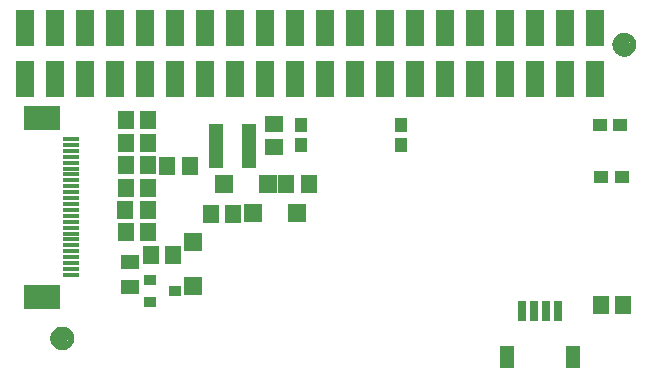
<source format=gbr>
G04 EAGLE Gerber RS-274X export*
G75*
%MOMM*%
%FSLAX34Y34*%
%LPD*%
%INSoldermask Top*%
%IPPOS*%
%AMOC8*
5,1,8,0,0,1.08239X$1,22.5*%
G01*
%ADD10C,1.101600*%
%ADD11C,0.500000*%
%ADD12R,1.601600X1.341600*%
%ADD13R,1.341600X1.601600*%
%ADD14R,3.101600X2.101600*%
%ADD15R,1.351600X0.376600*%
%ADD16R,1.501600X1.501600*%
%ADD17R,1.301600X3.801600*%
%ADD18R,1.601600X1.301600*%
%ADD19R,1.001600X0.901600*%
%ADD20R,1.101600X1.176600*%
%ADD21R,1.176600X1.101600*%
%ADD22R,1.625600X3.149600*%
%ADD23R,0.701600X1.651600*%
%ADD24R,1.301600X1.901600*%


D10*
X475905Y248596D03*
D11*
X475905Y256096D02*
X475724Y256094D01*
X475543Y256087D01*
X475362Y256076D01*
X475181Y256061D01*
X475001Y256041D01*
X474821Y256017D01*
X474642Y255989D01*
X474464Y255956D01*
X474287Y255919D01*
X474110Y255878D01*
X473935Y255833D01*
X473760Y255783D01*
X473587Y255729D01*
X473416Y255671D01*
X473245Y255609D01*
X473077Y255542D01*
X472910Y255472D01*
X472744Y255398D01*
X472581Y255319D01*
X472420Y255237D01*
X472260Y255151D01*
X472103Y255061D01*
X471948Y254967D01*
X471795Y254870D01*
X471645Y254768D01*
X471497Y254664D01*
X471351Y254555D01*
X471209Y254444D01*
X471069Y254328D01*
X470932Y254210D01*
X470797Y254088D01*
X470666Y253963D01*
X470538Y253835D01*
X470413Y253704D01*
X470291Y253569D01*
X470173Y253432D01*
X470057Y253292D01*
X469946Y253150D01*
X469837Y253004D01*
X469733Y252856D01*
X469631Y252706D01*
X469534Y252553D01*
X469440Y252398D01*
X469350Y252241D01*
X469264Y252081D01*
X469182Y251920D01*
X469103Y251757D01*
X469029Y251591D01*
X468959Y251424D01*
X468892Y251256D01*
X468830Y251085D01*
X468772Y250914D01*
X468718Y250741D01*
X468668Y250566D01*
X468623Y250391D01*
X468582Y250214D01*
X468545Y250037D01*
X468512Y249859D01*
X468484Y249680D01*
X468460Y249500D01*
X468440Y249320D01*
X468425Y249139D01*
X468414Y248958D01*
X468407Y248777D01*
X468405Y248596D01*
X475905Y256096D02*
X476086Y256094D01*
X476267Y256087D01*
X476448Y256076D01*
X476629Y256061D01*
X476809Y256041D01*
X476989Y256017D01*
X477168Y255989D01*
X477346Y255956D01*
X477523Y255919D01*
X477700Y255878D01*
X477875Y255833D01*
X478050Y255783D01*
X478223Y255729D01*
X478394Y255671D01*
X478565Y255609D01*
X478733Y255542D01*
X478900Y255472D01*
X479066Y255398D01*
X479229Y255319D01*
X479390Y255237D01*
X479550Y255151D01*
X479707Y255061D01*
X479862Y254967D01*
X480015Y254870D01*
X480165Y254768D01*
X480313Y254664D01*
X480459Y254555D01*
X480601Y254444D01*
X480741Y254328D01*
X480878Y254210D01*
X481013Y254088D01*
X481144Y253963D01*
X481272Y253835D01*
X481397Y253704D01*
X481519Y253569D01*
X481637Y253432D01*
X481753Y253292D01*
X481864Y253150D01*
X481973Y253004D01*
X482077Y252856D01*
X482179Y252706D01*
X482276Y252553D01*
X482370Y252398D01*
X482460Y252241D01*
X482546Y252081D01*
X482628Y251920D01*
X482707Y251757D01*
X482781Y251591D01*
X482851Y251424D01*
X482918Y251256D01*
X482980Y251085D01*
X483038Y250914D01*
X483092Y250741D01*
X483142Y250566D01*
X483187Y250391D01*
X483228Y250214D01*
X483265Y250037D01*
X483298Y249859D01*
X483326Y249680D01*
X483350Y249500D01*
X483370Y249320D01*
X483385Y249139D01*
X483396Y248958D01*
X483403Y248777D01*
X483405Y248596D01*
X483403Y248415D01*
X483396Y248234D01*
X483385Y248053D01*
X483370Y247872D01*
X483350Y247692D01*
X483326Y247512D01*
X483298Y247333D01*
X483265Y247155D01*
X483228Y246978D01*
X483187Y246801D01*
X483142Y246626D01*
X483092Y246451D01*
X483038Y246278D01*
X482980Y246107D01*
X482918Y245936D01*
X482851Y245768D01*
X482781Y245601D01*
X482707Y245435D01*
X482628Y245272D01*
X482546Y245111D01*
X482460Y244951D01*
X482370Y244794D01*
X482276Y244639D01*
X482179Y244486D01*
X482077Y244336D01*
X481973Y244188D01*
X481864Y244042D01*
X481753Y243900D01*
X481637Y243760D01*
X481519Y243623D01*
X481397Y243488D01*
X481272Y243357D01*
X481144Y243229D01*
X481013Y243104D01*
X480878Y242982D01*
X480741Y242864D01*
X480601Y242748D01*
X480459Y242637D01*
X480313Y242528D01*
X480165Y242424D01*
X480015Y242322D01*
X479862Y242225D01*
X479707Y242131D01*
X479550Y242041D01*
X479390Y241955D01*
X479229Y241873D01*
X479066Y241794D01*
X478900Y241720D01*
X478733Y241650D01*
X478565Y241583D01*
X478394Y241521D01*
X478223Y241463D01*
X478050Y241409D01*
X477875Y241359D01*
X477700Y241314D01*
X477523Y241273D01*
X477346Y241236D01*
X477168Y241203D01*
X476989Y241175D01*
X476809Y241151D01*
X476629Y241131D01*
X476448Y241116D01*
X476267Y241105D01*
X476086Y241098D01*
X475905Y241096D01*
X475724Y241098D01*
X475543Y241105D01*
X475362Y241116D01*
X475181Y241131D01*
X475001Y241151D01*
X474821Y241175D01*
X474642Y241203D01*
X474464Y241236D01*
X474287Y241273D01*
X474110Y241314D01*
X473935Y241359D01*
X473760Y241409D01*
X473587Y241463D01*
X473416Y241521D01*
X473245Y241583D01*
X473077Y241650D01*
X472910Y241720D01*
X472744Y241794D01*
X472581Y241873D01*
X472420Y241955D01*
X472260Y242041D01*
X472103Y242131D01*
X471948Y242225D01*
X471795Y242322D01*
X471645Y242424D01*
X471497Y242528D01*
X471351Y242637D01*
X471209Y242748D01*
X471069Y242864D01*
X470932Y242982D01*
X470797Y243104D01*
X470666Y243229D01*
X470538Y243357D01*
X470413Y243488D01*
X470291Y243623D01*
X470173Y243760D01*
X470057Y243900D01*
X469946Y244042D01*
X469837Y244188D01*
X469733Y244336D01*
X469631Y244486D01*
X469534Y244639D01*
X469440Y244794D01*
X469350Y244951D01*
X469264Y245111D01*
X469182Y245272D01*
X469103Y245435D01*
X469029Y245601D01*
X468959Y245768D01*
X468892Y245936D01*
X468830Y246107D01*
X468772Y246278D01*
X468718Y246451D01*
X468668Y246626D01*
X468623Y246801D01*
X468582Y246978D01*
X468545Y247155D01*
X468512Y247333D01*
X468484Y247512D01*
X468460Y247692D01*
X468440Y247872D01*
X468425Y248053D01*
X468414Y248234D01*
X468407Y248415D01*
X468405Y248596D01*
D12*
X179047Y181449D03*
X179047Y162449D03*
D13*
X72819Y89895D03*
X53819Y89895D03*
X53441Y108485D03*
X72441Y108485D03*
D14*
X-16935Y35305D03*
X-16935Y186405D03*
D15*
X7665Y53805D03*
X7665Y58805D03*
X7665Y63805D03*
X7665Y68805D03*
X7665Y73805D03*
X7665Y78805D03*
X7665Y83805D03*
X7665Y88805D03*
X7665Y93805D03*
X7665Y98805D03*
X7665Y103805D03*
X7665Y108805D03*
X7665Y113805D03*
X7665Y118805D03*
X7665Y123805D03*
X7665Y128805D03*
X7665Y133805D03*
X7665Y138805D03*
X7665Y143805D03*
X7665Y148805D03*
X7665Y153805D03*
X7665Y158805D03*
X7665Y163805D03*
X7665Y168805D03*
D13*
X72683Y127635D03*
X53683Y127635D03*
X72683Y146685D03*
X53683Y146685D03*
X72683Y165735D03*
X53683Y165735D03*
X72683Y184785D03*
X53683Y184785D03*
X107989Y145923D03*
X88989Y145923D03*
X189559Y130953D03*
X208559Y130953D03*
D16*
X198683Y106427D03*
X161683Y106427D03*
X137093Y130953D03*
X174093Y130953D03*
D13*
X125899Y105427D03*
X144899Y105427D03*
D16*
X110935Y81365D03*
X110935Y44365D03*
D17*
X129955Y162687D03*
X157955Y162687D03*
D18*
X57595Y64475D03*
X57595Y43475D03*
D19*
X74265Y49505D03*
X74265Y30505D03*
X95265Y40005D03*
D20*
X202217Y180585D03*
X202217Y163585D03*
X286957Y180585D03*
X286957Y163585D03*
D13*
X93765Y70485D03*
X74765Y70485D03*
D21*
X473545Y137045D03*
X456545Y137045D03*
X472495Y180975D03*
X455495Y180975D03*
D22*
X451165Y219899D03*
X451165Y263079D03*
X425765Y219899D03*
X425765Y263079D03*
X400365Y263079D03*
X400365Y219899D03*
X374965Y263079D03*
X374965Y219899D03*
X349565Y263079D03*
X349565Y219899D03*
X324165Y263079D03*
X324165Y219899D03*
X298765Y263079D03*
X298765Y219899D03*
X273365Y263079D03*
X273365Y219899D03*
X247965Y263079D03*
X247965Y219899D03*
X222565Y263079D03*
X222565Y219899D03*
X197165Y263079D03*
X197165Y219899D03*
X171765Y263079D03*
X171765Y219899D03*
X146365Y263079D03*
X146365Y219899D03*
X120965Y263079D03*
X120965Y219899D03*
X95565Y263079D03*
X95565Y219899D03*
X70165Y263079D03*
X70165Y219899D03*
X44765Y263079D03*
X44765Y219899D03*
X19365Y263079D03*
X19365Y219899D03*
X-6035Y263079D03*
X-6035Y219899D03*
X-31435Y263079D03*
X-31435Y219899D03*
D23*
X399495Y23455D03*
X409495Y23455D03*
X389495Y23455D03*
X419495Y23455D03*
D24*
X376495Y-15545D03*
X432495Y-15545D03*
D13*
X474955Y28575D03*
X455955Y28575D03*
D10*
X0Y0D03*
D11*
X0Y7500D02*
X-181Y7498D01*
X-362Y7491D01*
X-543Y7480D01*
X-724Y7465D01*
X-904Y7445D01*
X-1084Y7421D01*
X-1263Y7393D01*
X-1441Y7360D01*
X-1618Y7323D01*
X-1795Y7282D01*
X-1970Y7237D01*
X-2145Y7187D01*
X-2318Y7133D01*
X-2489Y7075D01*
X-2660Y7013D01*
X-2828Y6946D01*
X-2995Y6876D01*
X-3161Y6802D01*
X-3324Y6723D01*
X-3485Y6641D01*
X-3645Y6555D01*
X-3802Y6465D01*
X-3957Y6371D01*
X-4110Y6274D01*
X-4260Y6172D01*
X-4408Y6068D01*
X-4554Y5959D01*
X-4696Y5848D01*
X-4836Y5732D01*
X-4973Y5614D01*
X-5108Y5492D01*
X-5239Y5367D01*
X-5367Y5239D01*
X-5492Y5108D01*
X-5614Y4973D01*
X-5732Y4836D01*
X-5848Y4696D01*
X-5959Y4554D01*
X-6068Y4408D01*
X-6172Y4260D01*
X-6274Y4110D01*
X-6371Y3957D01*
X-6465Y3802D01*
X-6555Y3645D01*
X-6641Y3485D01*
X-6723Y3324D01*
X-6802Y3161D01*
X-6876Y2995D01*
X-6946Y2828D01*
X-7013Y2660D01*
X-7075Y2489D01*
X-7133Y2318D01*
X-7187Y2145D01*
X-7237Y1970D01*
X-7282Y1795D01*
X-7323Y1618D01*
X-7360Y1441D01*
X-7393Y1263D01*
X-7421Y1084D01*
X-7445Y904D01*
X-7465Y724D01*
X-7480Y543D01*
X-7491Y362D01*
X-7498Y181D01*
X-7500Y0D01*
X0Y7500D02*
X181Y7498D01*
X362Y7491D01*
X543Y7480D01*
X724Y7465D01*
X904Y7445D01*
X1084Y7421D01*
X1263Y7393D01*
X1441Y7360D01*
X1618Y7323D01*
X1795Y7282D01*
X1970Y7237D01*
X2145Y7187D01*
X2318Y7133D01*
X2489Y7075D01*
X2660Y7013D01*
X2828Y6946D01*
X2995Y6876D01*
X3161Y6802D01*
X3324Y6723D01*
X3485Y6641D01*
X3645Y6555D01*
X3802Y6465D01*
X3957Y6371D01*
X4110Y6274D01*
X4260Y6172D01*
X4408Y6068D01*
X4554Y5959D01*
X4696Y5848D01*
X4836Y5732D01*
X4973Y5614D01*
X5108Y5492D01*
X5239Y5367D01*
X5367Y5239D01*
X5492Y5108D01*
X5614Y4973D01*
X5732Y4836D01*
X5848Y4696D01*
X5959Y4554D01*
X6068Y4408D01*
X6172Y4260D01*
X6274Y4110D01*
X6371Y3957D01*
X6465Y3802D01*
X6555Y3645D01*
X6641Y3485D01*
X6723Y3324D01*
X6802Y3161D01*
X6876Y2995D01*
X6946Y2828D01*
X7013Y2660D01*
X7075Y2489D01*
X7133Y2318D01*
X7187Y2145D01*
X7237Y1970D01*
X7282Y1795D01*
X7323Y1618D01*
X7360Y1441D01*
X7393Y1263D01*
X7421Y1084D01*
X7445Y904D01*
X7465Y724D01*
X7480Y543D01*
X7491Y362D01*
X7498Y181D01*
X7500Y0D01*
X7498Y-181D01*
X7491Y-362D01*
X7480Y-543D01*
X7465Y-724D01*
X7445Y-904D01*
X7421Y-1084D01*
X7393Y-1263D01*
X7360Y-1441D01*
X7323Y-1618D01*
X7282Y-1795D01*
X7237Y-1970D01*
X7187Y-2145D01*
X7133Y-2318D01*
X7075Y-2489D01*
X7013Y-2660D01*
X6946Y-2828D01*
X6876Y-2995D01*
X6802Y-3161D01*
X6723Y-3324D01*
X6641Y-3485D01*
X6555Y-3645D01*
X6465Y-3802D01*
X6371Y-3957D01*
X6274Y-4110D01*
X6172Y-4260D01*
X6068Y-4408D01*
X5959Y-4554D01*
X5848Y-4696D01*
X5732Y-4836D01*
X5614Y-4973D01*
X5492Y-5108D01*
X5367Y-5239D01*
X5239Y-5367D01*
X5108Y-5492D01*
X4973Y-5614D01*
X4836Y-5732D01*
X4696Y-5848D01*
X4554Y-5959D01*
X4408Y-6068D01*
X4260Y-6172D01*
X4110Y-6274D01*
X3957Y-6371D01*
X3802Y-6465D01*
X3645Y-6555D01*
X3485Y-6641D01*
X3324Y-6723D01*
X3161Y-6802D01*
X2995Y-6876D01*
X2828Y-6946D01*
X2660Y-7013D01*
X2489Y-7075D01*
X2318Y-7133D01*
X2145Y-7187D01*
X1970Y-7237D01*
X1795Y-7282D01*
X1618Y-7323D01*
X1441Y-7360D01*
X1263Y-7393D01*
X1084Y-7421D01*
X904Y-7445D01*
X724Y-7465D01*
X543Y-7480D01*
X362Y-7491D01*
X181Y-7498D01*
X0Y-7500D01*
X-181Y-7498D01*
X-362Y-7491D01*
X-543Y-7480D01*
X-724Y-7465D01*
X-904Y-7445D01*
X-1084Y-7421D01*
X-1263Y-7393D01*
X-1441Y-7360D01*
X-1618Y-7323D01*
X-1795Y-7282D01*
X-1970Y-7237D01*
X-2145Y-7187D01*
X-2318Y-7133D01*
X-2489Y-7075D01*
X-2660Y-7013D01*
X-2828Y-6946D01*
X-2995Y-6876D01*
X-3161Y-6802D01*
X-3324Y-6723D01*
X-3485Y-6641D01*
X-3645Y-6555D01*
X-3802Y-6465D01*
X-3957Y-6371D01*
X-4110Y-6274D01*
X-4260Y-6172D01*
X-4408Y-6068D01*
X-4554Y-5959D01*
X-4696Y-5848D01*
X-4836Y-5732D01*
X-4973Y-5614D01*
X-5108Y-5492D01*
X-5239Y-5367D01*
X-5367Y-5239D01*
X-5492Y-5108D01*
X-5614Y-4973D01*
X-5732Y-4836D01*
X-5848Y-4696D01*
X-5959Y-4554D01*
X-6068Y-4408D01*
X-6172Y-4260D01*
X-6274Y-4110D01*
X-6371Y-3957D01*
X-6465Y-3802D01*
X-6555Y-3645D01*
X-6641Y-3485D01*
X-6723Y-3324D01*
X-6802Y-3161D01*
X-6876Y-2995D01*
X-6946Y-2828D01*
X-7013Y-2660D01*
X-7075Y-2489D01*
X-7133Y-2318D01*
X-7187Y-2145D01*
X-7237Y-1970D01*
X-7282Y-1795D01*
X-7323Y-1618D01*
X-7360Y-1441D01*
X-7393Y-1263D01*
X-7421Y-1084D01*
X-7445Y-904D01*
X-7465Y-724D01*
X-7480Y-543D01*
X-7491Y-362D01*
X-7498Y-181D01*
X-7500Y0D01*
M02*

</source>
